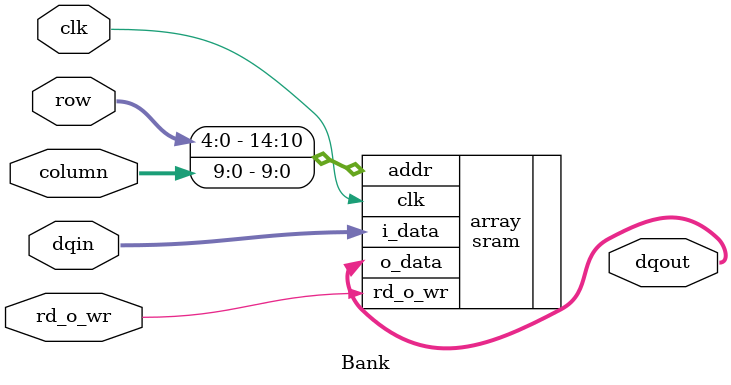
<source format=sv>
`timescale 1ns / 1ps

module Bank
  #(parameter DEVICE_WIDTH = 4,
  parameter COLWIDTH = 10,
  parameter CHWIDTH = 5,
  localparam COLS = 2**COLWIDTH, // number of columns
  localparam CHROWS = 2**CHWIDTH, // number of full rows allocated to a Bank model
  localparam DEPTH = COLS*CHROWS) // amount of BRAM per Bank as full rows
  (
  input  wire clk,
  input  wire [0:0]              rd_o_wr,
  input  wire [DEVICE_WIDTH-1:0] dqin,
  output wire [DEVICE_WIDTH-1:0] dqout,
  input  wire [CHWIDTH-1:0]      row,
  input  wire [COLWIDTH-1:0] column
  );
  
  sram #(.WIDTH(DEVICE_WIDTH), .DEPTH(DEPTH)) array (
  .clk(clk),
  .addr({row, column}),
  .rd_o_wr(rd_o_wr), // 0->rd, 1->wr
  .i_data(dqin),
  .o_data(dqout)
  );

endmodule

// old code that used to manage RAS and CAS for bursts

// CAS = Column Address Strobe plus BL column address increment
// reg [$clog2(COLS)-1:0]colBL=0;
// always@(posedge clk)
//   begin
//     if((FSMstate==5'b01011) || (FSMstate==5'b01100))
//       colBL <= column;
//     else
//       if ((FSMstate==5'b10010) || (FSMstate==5'b10011) || (FSMstate==5'b01011) || (FSMstate==5'b01100))
//         colBL <= colBL + 1;
//       else
//         colBL <= {$clog2(COLS){1'b0}};
//   end

//
// reg [CADDRWIDTH-1:0] column = {CADDRWIDTH{1'b0}};
// always@(posedge clk)
//   begin
//     if(RD || RDA || WR || WRA)
//       column <= A[CADDRWIDTH-1:0];
//     else
//       column <= {CADDRWIDTH{1'b0}};
//   end
</source>
